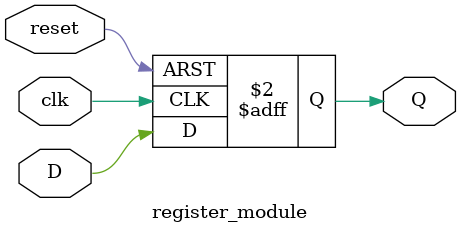
<source format=v>
`timescale 1ns / 1ps
module register_module(clk, reset, D, Q);

    input D; //input data
    input clk; //clock
    input reset; //reset
    output reg Q; //output data
	 
	 always@(posedge clk, posedge reset)
	 // if reset, output = 0; else output = input
	 if(reset) Q<=1'b0;
	 else Q<=D;
	 	
endmodule

</source>
